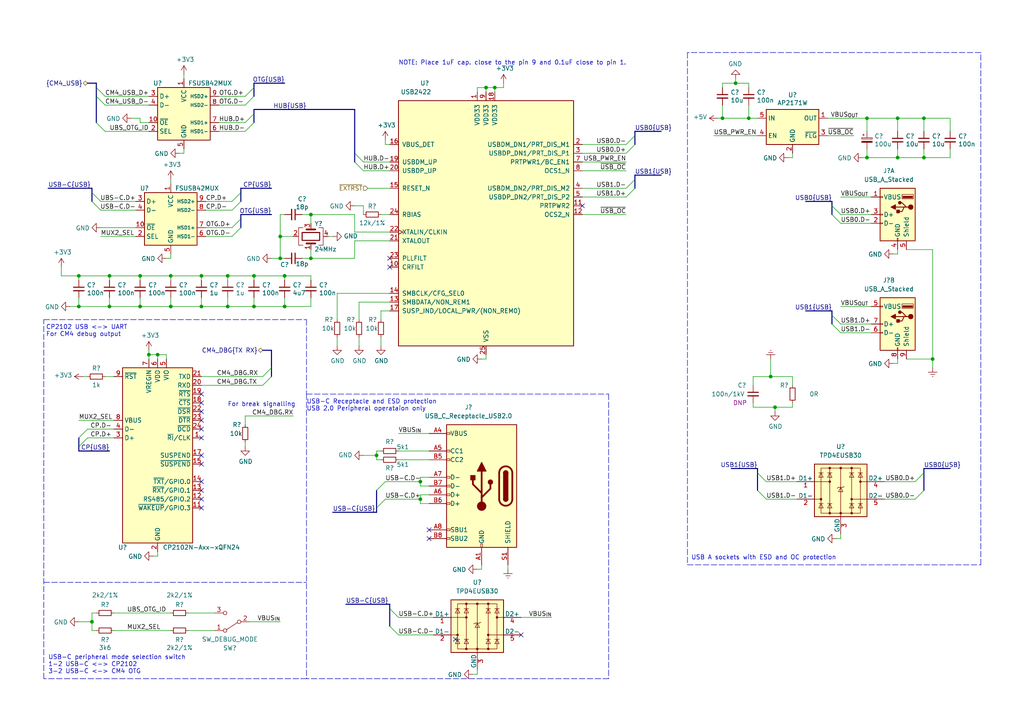
<source format=kicad_sch>
(kicad_sch (version 20201015) (generator eeschema)
  (paper "A4")
  (lib_symbols
    (symbol "Connector:USB_C_Receptacle_USB2.0" (pin_names (offset 1.016))
      (property "Reference" "J" (at -10.16 19.05 0))
      (property "Value" "USB_C_Receptacle_USB2.0" (at 19.05 19.05 0))
      (symbol "USB_C_Receptacle_USB2.0_1_1"
        (pin passive line (at 0 -22.86 90) (length 5.08) (name "GND") (number "A1"))
        (pin passive line (at 0 -22.86 90) (length 5.08) hide (name "GND") (number "A12"))
        (pin passive line (at 15.24 15.24 180) (length 5.08) (name "VBUS") (number "A4"))
        (pin bidirectional line (at 15.24 10.16 180) (length 5.08) (name "CC1") (number "A5"))
        (pin bidirectional line (at 15.24 -2.54 180) (length 5.08) (name "D+") (number "A6"))
        (pin bidirectional line (at 15.24 2.54 180) (length 5.08) (name "D-") (number "A7"))
        (pin bidirectional line (at 15.24 -12.7 180) (length 5.08) (name "SBU1") (number "A8"))
        (pin passive line (at 15.24 15.24 180) (length 5.08) hide (name "VBUS") (number "A9"))
        (pin passive line (at 0 -22.86 90) (length 5.08) hide (name "GND") (number "B1"))
        (pin passive line (at 0 -22.86 90) (length 5.08) hide (name "GND") (number "B12"))
        (pin passive line (at 15.24 15.24 180) (length 5.08) hide (name "VBUS") (number "B4"))
        (pin bidirectional line (at 15.24 7.62 180) (length 5.08) (name "CC2") (number "B5"))
        (pin bidirectional line (at 15.24 -5.08 180) (length 5.08) (name "D+") (number "B6"))
        (pin bidirectional line (at 15.24 0 180) (length 5.08) (name "D-") (number "B7"))
        (pin bidirectional line (at 15.24 -15.24 180) (length 5.08) (name "SBU2") (number "B8"))
        (pin passive line (at 15.24 15.24 180) (length 5.08) hide (name "VBUS") (number "B9"))
        (pin passive line (at -7.62 -22.86 90) (length 5.08) (name "SHIELD") (number "S1"))
      )
    )
    (symbol "Device:CP_Small" (pin_numbers hide) (pin_names (offset 0.254) hide)
      (property "Reference" "C" (at 0.254 1.778 0))
      (property "Value" "CP_Small" (at 0.254 -2.032 0))
      (symbol "CP_Small_1_1"
        (pin passive line (at 0 2.54 270) (length 1.8542) (name "~") (number "1"))
        (pin passive line (at 0 -2.54 90) (length 1.8542) (name "~") (number "2"))
      )
    )
    (symbol "Device:C_Small" (pin_numbers hide) (pin_names (offset 0.254) hide)
      (property "Reference" "C" (at 0.254 1.778 0))
      (property "Value" "C_Small" (at 0.254 -2.032 0))
      (symbol "C_Small_1_1"
        (pin passive line (at 0 2.54 270) (length 2.032) (name "~") (number "1"))
        (pin passive line (at 0 -2.54 90) (length 2.032) (name "~") (number "2"))
      )
    )
    (symbol "Device:Crystal_GND24" (pin_names (offset 1.016) hide)
      (property "Reference" "Y" (at 3.175 5.08 0))
      (property "Value" "Crystal_GND24" (at 3.175 3.175 0))
      (symbol "Crystal_GND24_1_1"
        (pin passive line (at -3.81 0 0) (length 1.27) (name "1") (number "1"))
        (pin passive line (at 0 5.08 270) (length 1.27) (name "2") (number "2"))
        (pin passive line (at 3.81 0 180) (length 1.27) (name "3") (number "3"))
        (pin passive line (at 0 -5.08 90) (length 1.27) (name "4") (number "4"))
      )
    )
    (symbol "Device:R_Small" (pin_numbers hide) (pin_names (offset 0.254) hide)
      (property "Reference" "R" (at 0.762 0.508 0))
      (property "Value" "R_Small" (at 0.762 -1.016 0))
      (symbol "R_Small_1_1"
        (pin passive line (at 0 2.54 270) (length 0.762) (name "~") (number "1"))
        (pin passive line (at 0 -2.54 90) (length 0.762) (name "~") (number "2"))
      )
    )
    (symbol "Interface_USB:CP2102N-Axx-xQFN24"
      (property "Reference" "U" (at -8.89 26.67 0))
      (property "Value" "CP2102N-Axx-xQFN24" (at 13.97 26.67 0))
      (symbol "CP2102N-Axx-xQFN24_1_1"
        (pin bidirectional line (at 12.7 5.08 180) (length 2.54) (name "~RI~/CLK") (number "1"))
        (pin unconnected line (at -10.16 -22.86 0) (length 2.54) hide (name "NC") (number "10"))
        (pin bidirectional line (at 12.7 -15.24 180) (length 2.54) (name "~WAKEUP~/GPIO.3") (number "11"))
        (pin bidirectional line (at 12.7 -12.7 180) (length 2.54) (name "RS485/GPIO.2") (number "12"))
        (pin bidirectional line (at 12.7 -10.16 180) (length 2.54) (name "~RXT~/GPIO.1") (number "13"))
        (pin bidirectional line (at 12.7 -7.62 180) (length 2.54) (name "~TXT~/GPIO.0") (number "14"))
        (pin output line (at 12.7 -2.54 180) (length 2.54) (name "~SUSPEND") (number "15"))
        (pin unconnected line (at 10.16 -22.86 180) (length 2.54) hide (name "NC") (number "16"))
        (pin output line (at 12.7 0 180) (length 2.54) (name "SUSPEND") (number "17"))
        (pin input line (at 12.7 15.24 180) (length 2.54) (name "~CTS") (number "18"))
        (pin output line (at 12.7 17.78 180) (length 2.54) (name "~RTS") (number "19"))
        (pin power_in line (at 0 -27.94 90) (length 2.54) (name "GND") (number "2"))
        (pin input line (at 12.7 20.32 180) (length 2.54) (name "RXD") (number "20"))
        (pin output line (at 12.7 22.86 180) (length 2.54) (name "TXD") (number "21"))
        (pin input line (at 12.7 12.7 180) (length 2.54) (name "~DSR") (number "22"))
        (pin output line (at 12.7 10.16 180) (length 2.54) (name "~DTR") (number "23"))
        (pin input line (at 12.7 7.62 180) (length 2.54) (name "~DCD") (number "24"))
        (pin passive line (at 0 -27.94 90) (length 2.54) hide (name "GND") (number "25"))
        (pin bidirectional line (at -12.7 5.08 0) (length 2.54) (name "D+") (number "3"))
        (pin bidirectional line (at -12.7 7.62 0) (length 2.54) (name "D-") (number "4"))
        (pin power_in line (at 2.54 27.94 270) (length 2.54) (name "VIO") (number "5"))
        (pin power_in line (at 0 27.94 270) (length 2.54) (name "VDD") (number "6"))
        (pin power_in line (at -2.54 27.94 270) (length 2.54) (name "VREGIN") (number "7"))
        (pin input line (at -12.7 10.16 0) (length 2.54) (name "VBUS") (number "8"))
        (pin input line (at -12.7 22.86 0) (length 2.54) (name "~RST") (number "9"))
      )
    )
    (symbol "Interface_USB:FSUSB42MUX"
      (property "Reference" "U" (at -6.35 8.89 0))
      (property "Value" "FSUSB42MUX" (at 7.62 8.89 0))
      (symbol "FSUSB42MUX_1_1"
        (pin power_in line (at 0 10.16 270) (length 2.54) (name "VCC") (number "1"))
        (pin input line (at -10.16 -2.54 0) (length 2.54) (name "~OE") (number "10"))
        (pin input line (at -10.16 -5.08 0) (length 2.54) (name "SEL") (number "2"))
        (pin bidirectional line (at -10.16 5.08 0) (length 2.54) (name "D+") (number "3"))
        (pin bidirectional line (at -10.16 2.54 0) (length 2.54) (name "D-") (number "4"))
        (pin power_in line (at 0 -10.16 90) (length 2.54) (name "GND") (number "5"))
        (pin bidirectional line (at 10.16 -5.08 180) (length 2.54) (name "HSD1-") (number "6"))
        (pin bidirectional line (at 10.16 -2.54 180) (length 2.54) (name "HSD1+") (number "7"))
        (pin bidirectional line (at 10.16 2.54 180) (length 2.54) (name "HSD2-") (number "8"))
        (pin bidirectional line (at 10.16 5.08 180) (length 2.54) (name "HSD2+") (number "9"))
      )
    )
    (symbol "LightBlue:USB2422" (pin_names (offset 1.016))
      (property "Reference" "U" (at -17.78 40.64 0))
      (property "Value" "USB2422" (at -20.32 38.1 0))
      (symbol "USB2422_1_1"
        (pin bidirectional line (at 27.94 22.86 180) (length 2.54) (name "USBDM_DN1/PRT_DIS_M1") (number "2"))
        (pin bidirectional line (at 27.94 17.78 180) (length 2.54) (name "PRTPWR1/BC_EN1") (number "7"))
        (pin input line (at 27.94 15.24 180) (length 2.54) (name "OCS1_N") (number "8"))
        (pin input line (at -27.94 -12.7 0) (length 2.54) (name "CRFILT") (number "10"))
        (pin power_in line (at -2.54 38.1 270) (length 2.54) (name "VDD33") (number "1"))
        (pin bidirectional line (at 27.94 5.08 180) (length 2.54) (name "PRTPWR2") (number "11"))
        (pin input line (at 27.94 2.54 180) (length 2.54) (name "OCS2_N") (number "12"))
        (pin bidirectional line (at 27.94 20.32 180) (length 2.54) (name "USBDP_DN1/PRT_DIS_P1") (number "3"))
        (pin bidirectional line (at -27.94 -22.86 0) (length 2.54) (name "SMBDATA/NON_REM1") (number "13"))
        (pin power_in line (at 0 38.1 270) (length 2.54) (name "VDD33") (number "9"))
        (pin bidirectional line (at -27.94 -20.32 0) (length 2.54) (name "SMBCLK/CFG_SEL0") (number "14"))
        (pin input line (at -27.94 10.16 0) (length 2.54) (name "RESET_N") (number "15"))
        (pin input line (at -27.94 22.86 0) (length 2.54) (name "VBUS_DET") (number "16"))
        (pin bidirectional line (at -27.94 -25.4 0) (length 2.54) (name "SUSP_IND/LOCAL_PWR/(NON_REM0)") (number "17"))
        (pin bidirectional line (at 27.94 10.16 180) (length 2.54) (name "USBDM_DN2/PRT_DIS_M2") (number "4"))
        (pin bidirectional line (at -27.94 17.78 0) (length 2.54) (name "USBDM_UP") (number "19"))
        (pin bidirectional line (at -27.94 15.24 0) (length 2.54) (name "USBDP_UP") (number "20"))
        (pin output line (at -27.94 -5.08 0) (length 2.54) (name "XTALOUT") (number "21"))
        (pin input clock (at -27.94 -2.54 0) (length 2.54) (name "XTALIN/CLKIN") (number "22"))
        (pin input line (at -27.94 -10.16 0) (length 2.54) (name "PLLFILT") (number "23"))
        (pin input line (at -27.94 2.54 0) (length 2.54) (name "RBIAS") (number "24"))
        (pin power_in line (at 0 -38.1 90) (length 2.54) (name "VSS") (number "25"))
        (pin bidirectional line (at 27.94 7.62 180) (length 2.54) (name "USBDP_DN2/PRT_DIS_P2") (number "5"))
        (pin power_in line (at 2.54 38.1 270) (length 2.54) (name "VDD33") (number "18"))
      )
    )
    (symbol "LightBlue:USB_A_Stacked" (pin_names (offset 1.016))
      (property "Reference" "J" (at -5.08 11.43 0))
      (property "Value" "USB_A_Stacked" (at -5.08 8.89 0))
      (symbol "USB_A_Stacked_1_1"
        (pin power_in line (at 7.62 5.08 180) (length 2.54) (name "VBUS") (number "1"))
        (pin bidirectional line (at 7.62 -2.54 180) (length 2.54) (name "D-") (number "2"))
        (pin bidirectional line (at 7.62 0 180) (length 2.54) (name "D+") (number "3"))
        (pin power_in line (at 0 -10.16 90) (length 2.54) (name "GND") (number "4"))
        (pin passive line (at -2.54 -10.16 90) (length 2.54) (name "Shield") (number "5"))
      )
      (symbol "USB_A_Stacked_2_1"
        (pin power_in line (at 7.62 5.08 180) (length 2.54) (name "VBUS") (number "5"))
        (pin bidirectional line (at 7.62 -2.54 180) (length 2.54) (name "D-") (number "6"))
        (pin bidirectional line (at 7.62 0 180) (length 2.54) (name "D+") (number "7"))
        (pin power_in line (at 0 -10.16 90) (length 2.54) (name "GND") (number "8"))
        (pin passive line (at -2.54 -10.16 90) (length 2.54) (name "Shield") (number "9"))
      )
    )
    (symbol "Power_Management:AP2171W"
      (property "Reference" "U" (at -7.62 -6.35 0))
      (property "Value" "AP2171W" (at -7.62 6.35 0))
      (symbol "AP2171W_1_1"
        (pin power_out line (at 10.16 2.54 180) (length 2.54) (name "OUT") (number "1"))
        (pin power_in line (at 0 -7.62 90) (length 2.54) (name "GND") (number "2"))
        (pin open_collector line (at 10.16 -2.54 180) (length 2.54) (name "~FLG") (number "3"))
        (pin input line (at -10.16 -2.54 0) (length 2.54) (name "EN") (number "4"))
        (pin power_in line (at -10.16 2.54 0) (length 2.54) (name "IN") (number "5"))
      )
    )
    (symbol "Power_Protection:TPD4EUSB30" (pin_names (offset 0))
      (property "Reference" "U" (at -0.635 8.89 0))
      (property "Value" "TPD4EUSB30" (at 8.89 -10.16 0))
      (symbol "TPD4EUSB30_1_1"
        (pin passive line (at -12.7 2.54 0) (length 5.08) (name "D1+") (number "1"))
        (pin unconnected line (at -5.08 7.62 0) (length 5.08) hide (name "NC") (number "10"))
        (pin passive line (at -12.7 -2.54 0) (length 5.08) (name "D1-") (number "2"))
        (pin power_in line (at 0 -12.7 90) (length 5.08) (name "GND") (number "3"))
        (pin passive line (at 12.7 2.54 180) (length 5.08) (name "D2+") (number "4"))
        (pin passive line (at 12.7 -2.54 180) (length 5.08) (name "D2-") (number "5"))
        (pin unconnected line (at 5.08 -7.62 180) (length 5.08) hide (name "NC") (number "6"))
        (pin unconnected line (at 5.08 7.62 180) (length 5.08) hide (name "NC") (number "7"))
        (pin passive line (at 0 -12.7 90) (length 5.08) hide (name "GND") (number "8"))
        (pin unconnected line (at -5.08 -7.62 0) (length 5.08) hide (name "NC") (number "9"))
      )
    )
    (symbol "Switch:SW_SPDT" (pin_names (offset 0) hide)
      (property "Reference" "SW" (at 0 4.318 0))
      (property "Value" "SW_SPDT" (at 0 -5.08 0))
      (symbol "SW_SPDT_1_1"
        (pin passive line (at 5.08 2.54 180) (length 2.54) (name "A") (number "1"))
        (pin passive line (at -5.08 0 0) (length 2.54) (name "B") (number "2"))
        (pin passive line (at 5.08 -2.54 180) (length 2.54) (name "C") (number "3"))
      )
    )
    (symbol "power:+3V3" (power) (pin_names (offset 0))
      (property "Value" "+3V3" (at 0 3.556 0))
      (symbol "+3V3_1_1"
        (pin power_in line (at 0 0 90) (length 0) hide (name "+3V3") (number "1"))
      )
    )
    (symbol "power:+5V" (power) (pin_names (offset 0))
      (property "Value" "+5V" (at 0 3.556 0))
      (symbol "+5V_1_1"
        (pin power_in line (at 0 0 90) (length 0) hide (name "+5V") (number "1"))
      )
    )
    (symbol "power:Earth" (power) (pin_names (offset 0))
      (symbol "Earth_1_1"
        (pin power_in line (at 0 0 270) (length 0) hide (name "Earth") (number "1"))
      )
    )
    (symbol "power:GND" (power) (pin_names (offset 0))
      (property "Value" "GND" (at 0 -3.81 0))
      (symbol "GND_1_1"
        (pin power_in line (at 0 0 270) (length 0) hide (name "GND") (number "1"))
      )
    )
  )
  (bus_alias "I2C" (members "SDA" "SCL"))
  (bus_alias "USB" (members "D+" "D-"))
  (bus_alias "CM4_USB" (members "CM4_USB_D+" "CM4_USB_D-" "CM4_USB_OTG_ID"))
  (junction (at 22.86 80.01) (diameter 0.9144))
  (junction (at 22.86 88.9) (diameter 0.9144))
  (junction (at 26.67 180.34) (diameter 0.9144))
  (junction (at 31.75 80.01) (diameter 0.9144))
  (junction (at 31.75 88.9) (diameter 0.9144))
  (junction (at 40.64 80.01) (diameter 0.9144))
  (junction (at 40.64 88.9) (diameter 0.9144))
  (junction (at 43.18 102.87) (diameter 0.9144))
  (junction (at 45.72 102.87) (diameter 0.9144))
  (junction (at 49.53 80.01) (diameter 0.9144))
  (junction (at 49.53 88.9) (diameter 0.9144))
  (junction (at 58.42 80.01) (diameter 0.9144))
  (junction (at 58.42 88.9) (diameter 0.9144))
  (junction (at 66.04 80.01) (diameter 0.9144))
  (junction (at 66.04 88.9) (diameter 0.9144))
  (junction (at 73.66 80.01) (diameter 0.9144))
  (junction (at 73.66 88.9) (diameter 0.9144))
  (junction (at 81.28 68.58) (diameter 0.9144))
  (junction (at 81.28 74.93) (diameter 0.9144))
  (junction (at 82.55 80.01) (diameter 0.9144))
  (junction (at 82.55 88.9) (diameter 0.9144))
  (junction (at 90.17 62.23) (diameter 0.9144))
  (junction (at 90.17 74.93) (diameter 0.9144))
  (junction (at 109.22 132.08) (diameter 0.9144))
  (junction (at 121.92 139.7) (diameter 0.9144))
  (junction (at 121.92 144.78) (diameter 0.9144))
  (junction (at 140.97 25.4) (diameter 0.9144))
  (junction (at 143.51 25.4) (diameter 0.9144))
  (junction (at 209.55 34.29) (diameter 0.9144))
  (junction (at 213.36 24.13) (diameter 0.9144))
  (junction (at 217.17 34.29) (diameter 0.9144))
  (junction (at 223.52 109.22) (diameter 0.9144))
  (junction (at 224.79 118.11) (diameter 0.9144))
  (junction (at 251.46 34.29) (diameter 0.9144))
  (junction (at 251.46 45.72) (diameter 0.9144))
  (junction (at 260.35 34.29) (diameter 0.9144))
  (junction (at 260.35 45.72) (diameter 0.9144))
  (junction (at 267.97 34.29) (diameter 0.9144))
  (junction (at 267.97 45.72) (diameter 0.9144))
  (junction (at 270.51 104.14) (diameter 0.9144))
  (no_connect (at 58.42 114.3))
  (no_connect (at 58.42 116.84))
  (no_connect (at 58.42 119.38))
  (no_connect (at 58.42 121.92))
  (no_connect (at 58.42 124.46))
  (no_connect (at 58.42 127))
  (no_connect (at 58.42 132.08))
  (no_connect (at 58.42 134.62))
  (no_connect (at 58.42 139.7))
  (no_connect (at 58.42 142.24))
  (no_connect (at 58.42 144.78))
  (no_connect (at 58.42 147.32))
  (no_connect (at 113.03 74.93))
  (no_connect (at 113.03 77.47))
  (no_connect (at 124.46 153.67))
  (no_connect (at 124.46 156.21))
  (no_connect (at 132.08 185.42))
  (no_connect (at 151.13 184.15))
  (no_connect (at 168.91 59.69))
  (bus_entry (at 22.86 127) (size 2.54 -2.54) (stroke (width 0.1524)))
  (bus_entry (at 22.86 129.54) (size 2.54 -2.54) (stroke (width 0.1524)))
  (bus_entry (at 26.67 55.88) (size 2.54 2.54) (stroke (width 0.1524)))
  (bus_entry (at 26.67 58.42) (size 2.54 2.54) (stroke (width 0.1524)))
  (bus_entry (at 27.94 25.4) (size 2.54 2.54) (stroke (width 0.1524)))
  (bus_entry (at 27.94 27.94) (size 2.54 2.54) (stroke (width 0.1524)))
  (bus_entry (at 27.94 35.56) (size 2.54 2.54) (stroke (width 0.1524)))
  (bus_entry (at 69.85 55.88) (size -2.54 2.54) (stroke (width 0.1524)))
  (bus_entry (at 69.85 58.42) (size -2.54 2.54) (stroke (width 0.1524)))
  (bus_entry (at 69.85 63.5) (size -2.54 2.54) (stroke (width 0.1524)))
  (bus_entry (at 69.85 66.04) (size -2.54 2.54) (stroke (width 0.1524)))
  (bus_entry (at 73.66 25.4) (size -2.54 2.54) (stroke (width 0.1524)))
  (bus_entry (at 73.66 27.94) (size -2.54 2.54) (stroke (width 0.1524)))
  (bus_entry (at 73.66 33.02) (size -2.54 2.54) (stroke (width 0.1524)))
  (bus_entry (at 73.66 35.56) (size -2.54 2.54) (stroke (width 0.1524)))
  (bus_entry (at 76.2 109.22) (size 2.54 -2.54) (stroke (width 0.1524)))
  (bus_entry (at 76.2 111.76) (size 2.54 -2.54) (stroke (width 0.1524)))
  (bus_entry (at 102.87 44.45) (size 2.54 2.54) (stroke (width 0.1524)))
  (bus_entry (at 102.87 46.99) (size 2.54 2.54) (stroke (width 0.1524)))
  (bus_entry (at 109.22 142.24) (size 2.54 -2.54) (stroke (width 0.1524)))
  (bus_entry (at 109.22 147.32) (size 2.54 -2.54) (stroke (width 0.1524)))
  (bus_entry (at 113.03 176.53) (size 2.54 2.54) (stroke (width 0.1524)))
  (bus_entry (at 113.03 181.61) (size 2.54 2.54) (stroke (width 0.1524)))
  (bus_entry (at 181.61 41.91) (size 2.54 -2.54) (stroke (width 0.1524)))
  (bus_entry (at 181.61 44.45) (size 2.54 -2.54) (stroke (width 0.1524)))
  (bus_entry (at 181.61 54.61) (size 2.54 -2.54) (stroke (width 0.1524)))
  (bus_entry (at 181.61 57.15) (size 2.54 -2.54) (stroke (width 0.1524)))
  (bus_entry (at 222.25 139.7) (size -2.54 -2.54) (stroke (width 0.1524)))
  (bus_entry (at 222.25 144.78) (size -2.54 -2.54) (stroke (width 0.1524)))
  (bus_entry (at 243.84 62.23) (size -2.54 -2.54) (stroke (width 0.1524)))
  (bus_entry (at 243.84 64.77) (size -2.54 -2.54) (stroke (width 0.1524)))
  (bus_entry (at 243.84 93.98) (size -2.54 -2.54) (stroke (width 0.1524)))
  (bus_entry (at 243.84 96.52) (size -2.54 -2.54) (stroke (width 0.1524)))
  (bus_entry (at 265.43 139.7) (size 2.54 -2.54) (stroke (width 0.1524)))
  (bus_entry (at 265.43 144.78) (size 2.54 -2.54) (stroke (width 0.1524)))
  (wire (pts (xy 17.78 80.01) (xy 17.78 77.47)))
  (wire (pts (xy 17.78 80.01) (xy 22.86 80.01)))
  (wire (pts (xy 20.32 88.9) (xy 22.86 88.9)))
  (wire (pts (xy 22.86 80.01) (xy 22.86 81.28)))
  (wire (pts (xy 22.86 80.01) (xy 31.75 80.01)))
  (wire (pts (xy 22.86 86.36) (xy 22.86 88.9)))
  (wire (pts (xy 22.86 88.9) (xy 31.75 88.9)))
  (wire (pts (xy 22.86 121.92) (xy 33.02 121.92)))
  (wire (pts (xy 22.86 180.34) (xy 26.67 180.34)))
  (wire (pts (xy 24.13 109.22) (xy 25.4 109.22)))
  (wire (pts (xy 26.67 177.8) (xy 26.67 180.34)))
  (wire (pts (xy 26.67 177.8) (xy 27.94 177.8)))
  (wire (pts (xy 26.67 180.34) (xy 26.67 182.88)))
  (wire (pts (xy 27.94 182.88) (xy 26.67 182.88)))
  (wire (pts (xy 29.21 66.04) (xy 39.37 66.04)))
  (wire (pts (xy 29.21 68.58) (xy 39.37 68.58)))
  (wire (pts (xy 30.48 27.94) (xy 43.18 27.94)))
  (wire (pts (xy 30.48 30.48) (xy 43.18 30.48)))
  (wire (pts (xy 30.48 38.1) (xy 43.18 38.1)))
  (wire (pts (xy 30.48 109.22) (xy 33.02 109.22)))
  (wire (pts (xy 31.75 80.01) (xy 31.75 81.28)))
  (wire (pts (xy 31.75 86.36) (xy 31.75 88.9)))
  (wire (pts (xy 31.75 88.9) (xy 40.64 88.9)))
  (wire (pts (xy 33.02 124.46) (xy 25.4 124.46)))
  (wire (pts (xy 33.02 127) (xy 25.4 127)))
  (wire (pts (xy 33.02 177.8) (xy 49.53 177.8)))
  (wire (pts (xy 33.02 182.88) (xy 49.53 182.88)))
  (wire (pts (xy 39.37 58.42) (xy 29.21 58.42)))
  (wire (pts (xy 39.37 60.96) (xy 29.21 60.96)))
  (wire (pts (xy 40.64 34.29) (xy 38.1 34.29)))
  (wire (pts (xy 40.64 35.56) (xy 40.64 34.29)))
  (wire (pts (xy 40.64 80.01) (xy 31.75 80.01)))
  (wire (pts (xy 40.64 80.01) (xy 40.64 81.28)))
  (wire (pts (xy 40.64 86.36) (xy 40.64 88.9)))
  (wire (pts (xy 40.64 88.9) (xy 49.53 88.9)))
  (wire (pts (xy 43.18 35.56) (xy 40.64 35.56)))
  (wire (pts (xy 43.18 101.6) (xy 43.18 102.87)))
  (wire (pts (xy 43.18 102.87) (xy 43.18 104.14)))
  (wire (pts (xy 44.45 161.29) (xy 45.72 161.29)))
  (wire (pts (xy 45.72 102.87) (xy 43.18 102.87)))
  (wire (pts (xy 45.72 102.87) (xy 48.26 102.87)))
  (wire (pts (xy 45.72 104.14) (xy 45.72 102.87)))
  (wire (pts (xy 45.72 161.29) (xy 45.72 160.02)))
  (wire (pts (xy 48.26 74.93) (xy 49.53 74.93)))
  (wire (pts (xy 48.26 102.87) (xy 48.26 104.14)))
  (wire (pts (xy 49.53 52.07) (xy 49.53 53.34)))
  (wire (pts (xy 49.53 74.93) (xy 49.53 73.66)))
  (wire (pts (xy 49.53 80.01) (xy 40.64 80.01)))
  (wire (pts (xy 49.53 80.01) (xy 49.53 81.28)))
  (wire (pts (xy 49.53 86.36) (xy 49.53 88.9)))
  (wire (pts (xy 49.53 88.9) (xy 58.42 88.9)))
  (wire (pts (xy 52.07 44.45) (xy 53.34 44.45)))
  (wire (pts (xy 53.34 21.59) (xy 53.34 22.86)))
  (wire (pts (xy 53.34 44.45) (xy 53.34 43.18)))
  (wire (pts (xy 54.61 177.8) (xy 62.23 177.8)))
  (wire (pts (xy 54.61 182.88) (xy 62.23 182.88)))
  (wire (pts (xy 58.42 80.01) (xy 49.53 80.01)))
  (wire (pts (xy 58.42 80.01) (xy 58.42 81.28)))
  (wire (pts (xy 58.42 86.36) (xy 58.42 88.9)))
  (wire (pts (xy 58.42 88.9) (xy 66.04 88.9)))
  (wire (pts (xy 58.42 109.22) (xy 76.2 109.22)))
  (wire (pts (xy 58.42 111.76) (xy 76.2 111.76)))
  (wire (pts (xy 59.69 58.42) (xy 67.31 58.42)))
  (wire (pts (xy 59.69 60.96) (xy 67.31 60.96)))
  (wire (pts (xy 59.69 66.04) (xy 67.31 66.04)))
  (wire (pts (xy 59.69 68.58) (xy 67.31 68.58)))
  (wire (pts (xy 63.5 27.94) (xy 71.12 27.94)))
  (wire (pts (xy 63.5 30.48) (xy 71.12 30.48)))
  (wire (pts (xy 63.5 35.56) (xy 71.12 35.56)))
  (wire (pts (xy 63.5 38.1) (xy 71.12 38.1)))
  (wire (pts (xy 66.04 80.01) (xy 58.42 80.01)))
  (wire (pts (xy 66.04 80.01) (xy 66.04 81.28)))
  (wire (pts (xy 66.04 86.36) (xy 66.04 88.9)))
  (wire (pts (xy 66.04 88.9) (xy 73.66 88.9)))
  (wire (pts (xy 71.12 120.65) (xy 71.12 123.19)))
  (wire (pts (xy 71.12 120.65) (xy 85.09 120.65)))
  (wire (pts (xy 71.12 128.27) (xy 71.12 129.54)))
  (wire (pts (xy 73.66 80.01) (xy 66.04 80.01)))
  (wire (pts (xy 73.66 80.01) (xy 73.66 81.28)))
  (wire (pts (xy 73.66 86.36) (xy 73.66 88.9)))
  (wire (pts (xy 73.66 88.9) (xy 82.55 88.9)))
  (wire (pts (xy 78.74 74.93) (xy 81.28 74.93)))
  (wire (pts (xy 81.28 62.23) (xy 81.28 68.58)))
  (wire (pts (xy 81.28 68.58) (xy 81.28 74.93)))
  (wire (pts (xy 81.28 68.58) (xy 85.09 68.58)))
  (wire (pts (xy 81.28 74.93) (xy 82.55 74.93)))
  (wire (pts (xy 81.28 180.34) (xy 72.39 180.34)))
  (wire (pts (xy 82.55 62.23) (xy 81.28 62.23)))
  (wire (pts (xy 82.55 80.01) (xy 73.66 80.01)))
  (wire (pts (xy 82.55 80.01) (xy 82.55 81.28)))
  (wire (pts (xy 82.55 86.36) (xy 82.55 88.9)))
  (wire (pts (xy 82.55 88.9) (xy 90.17 88.9)))
  (wire (pts (xy 87.63 62.23) (xy 90.17 62.23)))
  (wire (pts (xy 87.63 74.93) (xy 90.17 74.93)))
  (wire (pts (xy 90.17 62.23) (xy 90.17 64.77)))
  (wire (pts (xy 90.17 62.23) (xy 102.87 62.23)))
  (wire (pts (xy 90.17 72.39) (xy 90.17 74.93)))
  (wire (pts (xy 90.17 74.93) (xy 102.87 74.93)))
  (wire (pts (xy 90.17 80.01) (xy 82.55 80.01)))
  (wire (pts (xy 90.17 81.28) (xy 90.17 80.01)))
  (wire (pts (xy 90.17 86.36) (xy 90.17 88.9)))
  (wire (pts (xy 95.25 68.58) (xy 96.52 68.58)))
  (wire (pts (xy 97.79 85.09) (xy 97.79 92.71)))
  (wire (pts (xy 97.79 97.79) (xy 97.79 100.33)))
  (wire (pts (xy 102.87 67.31) (xy 102.87 62.23)))
  (wire (pts (xy 102.87 69.85) (xy 102.87 74.93)))
  (wire (pts (xy 104.14 87.63) (xy 104.14 92.71)))
  (wire (pts (xy 104.14 87.63) (xy 113.03 87.63)))
  (wire (pts (xy 104.14 97.79) (xy 104.14 100.33)))
  (wire (pts (xy 105.41 46.99) (xy 113.03 46.99)))
  (wire (pts (xy 105.41 49.53) (xy 113.03 49.53)))
  (wire (pts (xy 105.41 59.69) (xy 102.87 59.69)))
  (wire (pts (xy 105.41 62.23) (xy 105.41 59.69)))
  (wire (pts (xy 105.41 132.08) (xy 109.22 132.08)))
  (wire (pts (xy 106.68 54.61) (xy 113.03 54.61)))
  (wire (pts (xy 109.22 130.81) (xy 109.22 132.08)))
  (wire (pts (xy 109.22 132.08) (xy 109.22 133.35)))
  (wire (pts (xy 109.22 133.35) (xy 110.49 133.35)))
  (wire (pts (xy 110.49 62.23) (xy 113.03 62.23)))
  (wire (pts (xy 110.49 90.17) (xy 110.49 92.71)))
  (wire (pts (xy 110.49 97.79) (xy 110.49 100.33)))
  (wire (pts (xy 110.49 130.81) (xy 109.22 130.81)))
  (wire (pts (xy 111.76 40.64) (xy 111.76 41.91)))
  (wire (pts (xy 111.76 139.7) (xy 121.92 139.7)))
  (wire (pts (xy 111.76 144.78) (xy 121.92 144.78)))
  (wire (pts (xy 113.03 41.91) (xy 111.76 41.91)))
  (wire (pts (xy 113.03 67.31) (xy 102.87 67.31)))
  (wire (pts (xy 113.03 69.85) (xy 102.87 69.85)))
  (wire (pts (xy 113.03 85.09) (xy 97.79 85.09)))
  (wire (pts (xy 113.03 90.17) (xy 110.49 90.17)))
  (wire (pts (xy 115.57 125.73) (xy 124.46 125.73)))
  (wire (pts (xy 115.57 130.81) (xy 124.46 130.81)))
  (wire (pts (xy 115.57 133.35) (xy 124.46 133.35)))
  (wire (pts (xy 115.57 179.07) (xy 125.73 179.07)))
  (wire (pts (xy 115.57 184.15) (xy 125.73 184.15)))
  (wire (pts (xy 121.92 139.7) (xy 121.92 138.43)))
  (wire (pts (xy 121.92 140.97) (xy 121.92 139.7)))
  (wire (pts (xy 121.92 140.97) (xy 124.46 140.97)))
  (wire (pts (xy 121.92 144.78) (xy 121.92 143.51)))
  (wire (pts (xy 121.92 146.05) (xy 121.92 144.78)))
  (wire (pts (xy 121.92 146.05) (xy 124.46 146.05)))
  (wire (pts (xy 124.46 138.43) (xy 121.92 138.43)))
  (wire (pts (xy 124.46 143.51) (xy 121.92 143.51)))
  (wire (pts (xy 137.16 195.58) (xy 138.43 195.58)))
  (wire (pts (xy 138.43 25.4) (xy 140.97 25.4)))
  (wire (pts (xy 138.43 26.67) (xy 138.43 25.4)))
  (wire (pts (xy 138.43 165.1) (xy 139.7 165.1)))
  (wire (pts (xy 138.43 195.58) (xy 138.43 194.31)))
  (wire (pts (xy 139.7 104.14) (xy 140.97 104.14)))
  (wire (pts (xy 139.7 165.1) (xy 139.7 163.83)))
  (wire (pts (xy 140.97 25.4) (xy 140.97 26.67)))
  (wire (pts (xy 140.97 25.4) (xy 143.51 25.4)))
  (wire (pts (xy 140.97 104.14) (xy 140.97 102.87)))
  (wire (pts (xy 143.51 25.4) (xy 143.51 26.67)))
  (wire (pts (xy 143.51 25.4) (xy 146.05 25.4)))
  (wire (pts (xy 146.05 24.13) (xy 146.05 25.4)))
  (wire (pts (xy 147.32 163.83) (xy 147.32 165.1)))
  (wire (pts (xy 160.02 179.07) (xy 151.13 179.07)))
  (wire (pts (xy 168.91 41.91) (xy 181.61 41.91)))
  (wire (pts (xy 168.91 44.45) (xy 181.61 44.45)))
  (wire (pts (xy 168.91 46.99) (xy 181.61 46.99)))
  (wire (pts (xy 168.91 49.53) (xy 181.61 49.53)))
  (wire (pts (xy 168.91 54.61) (xy 181.61 54.61)))
  (wire (pts (xy 168.91 57.15) (xy 181.61 57.15)))
  (wire (pts (xy 168.91 62.23) (xy 181.61 62.23)))
  (wire (pts (xy 208.28 34.29) (xy 209.55 34.29)))
  (wire (pts (xy 209.55 24.13) (xy 209.55 25.4)))
  (wire (pts (xy 209.55 30.48) (xy 209.55 34.29)))
  (wire (pts (xy 209.55 34.29) (xy 217.17 34.29)))
  (wire (pts (xy 213.36 22.86) (xy 213.36 24.13)))
  (wire (pts (xy 213.36 24.13) (xy 209.55 24.13)))
  (wire (pts (xy 217.17 24.13) (xy 213.36 24.13)))
  (wire (pts (xy 217.17 25.4) (xy 217.17 24.13)))
  (wire (pts (xy 217.17 30.48) (xy 217.17 34.29)))
  (wire (pts (xy 217.17 34.29) (xy 219.71 34.29)))
  (wire (pts (xy 218.44 109.22) (xy 218.44 111.76)))
  (wire (pts (xy 218.44 116.84) (xy 218.44 118.11)))
  (wire (pts (xy 218.44 118.11) (xy 224.79 118.11)))
  (wire (pts (xy 219.71 39.37) (xy 207.01 39.37)))
  (wire (pts (xy 222.25 139.7) (xy 231.14 139.7)))
  (wire (pts (xy 222.25 144.78) (xy 231.14 144.78)))
  (wire (pts (xy 223.52 104.14) (xy 223.52 109.22)))
  (wire (pts (xy 223.52 109.22) (xy 218.44 109.22)))
  (wire (pts (xy 224.79 118.11) (xy 224.79 119.38)))
  (wire (pts (xy 224.79 118.11) (xy 229.87 118.11)))
  (wire (pts (xy 228.6 45.72) (xy 229.87 45.72)))
  (wire (pts (xy 229.87 45.72) (xy 229.87 44.45)))
  (wire (pts (xy 229.87 109.22) (xy 223.52 109.22)))
  (wire (pts (xy 229.87 111.76) (xy 229.87 109.22)))
  (wire (pts (xy 229.87 118.11) (xy 229.87 116.84)))
  (wire (pts (xy 240.03 34.29) (xy 251.46 34.29)))
  (wire (pts (xy 240.03 39.37) (xy 247.65 39.37)))
  (wire (pts (xy 242.57 156.21) (xy 243.84 156.21)))
  (wire (pts (xy 243.84 57.15) (xy 252.73 57.15)))
  (wire (pts (xy 243.84 62.23) (xy 252.73 62.23)))
  (wire (pts (xy 243.84 64.77) (xy 252.73 64.77)))
  (wire (pts (xy 243.84 88.9) (xy 252.73 88.9)))
  (wire (pts (xy 243.84 93.98) (xy 252.73 93.98)))
  (wire (pts (xy 243.84 96.52) (xy 252.73 96.52)))
  (wire (pts (xy 243.84 156.21) (xy 243.84 154.94)))
  (wire (pts (xy 250.19 45.72) (xy 251.46 45.72)))
  (wire (pts (xy 251.46 34.29) (xy 251.46 38.1)))
  (wire (pts (xy 251.46 34.29) (xy 260.35 34.29)))
  (wire (pts (xy 251.46 43.18) (xy 251.46 45.72)))
  (wire (pts (xy 251.46 45.72) (xy 260.35 45.72)))
  (wire (pts (xy 259.08 73.66) (xy 260.35 73.66)))
  (wire (pts (xy 259.08 105.41) (xy 260.35 105.41)))
  (wire (pts (xy 260.35 34.29) (xy 260.35 38.1)))
  (wire (pts (xy 260.35 34.29) (xy 267.97 34.29)))
  (wire (pts (xy 260.35 43.18) (xy 260.35 45.72)))
  (wire (pts (xy 260.35 45.72) (xy 267.97 45.72)))
  (wire (pts (xy 260.35 73.66) (xy 260.35 72.39)))
  (wire (pts (xy 260.35 105.41) (xy 260.35 104.14)))
  (wire (pts (xy 262.89 72.39) (xy 270.51 72.39)))
  (wire (pts (xy 262.89 104.14) (xy 270.51 104.14)))
  (wire (pts (xy 265.43 139.7) (xy 256.54 139.7)))
  (wire (pts (xy 265.43 144.78) (xy 256.54 144.78)))
  (wire (pts (xy 267.97 34.29) (xy 267.97 38.1)))
  (wire (pts (xy 267.97 43.18) (xy 267.97 45.72)))
  (wire (pts (xy 267.97 45.72) (xy 275.59 45.72)))
  (wire (pts (xy 270.51 72.39) (xy 270.51 104.14)))
  (wire (pts (xy 270.51 104.14) (xy 270.51 106.68)))
  (wire (pts (xy 275.59 34.29) (xy 267.97 34.29)))
  (wire (pts (xy 275.59 38.1) (xy 275.59 34.29)))
  (wire (pts (xy 275.59 45.72) (xy 275.59 43.18)))
  (bus (pts (xy 22.86 127) (xy 22.86 129.54)))
  (bus (pts (xy 22.86 129.54) (xy 22.86 130.81)))
  (bus (pts (xy 22.86 130.81) (xy 31.75 130.81)))
  (bus (pts (xy 25.4 24.13) (xy 27.94 24.13)))
  (bus (pts (xy 26.67 54.61) (xy 13.97 54.61)))
  (bus (pts (xy 26.67 55.88) (xy 26.67 54.61)))
  (bus (pts (xy 26.67 58.42) (xy 26.67 55.88)))
  (bus (pts (xy 27.94 24.13) (xy 27.94 25.4)))
  (bus (pts (xy 27.94 25.4) (xy 27.94 27.94)))
  (bus (pts (xy 27.94 27.94) (xy 27.94 35.56)))
  (bus (pts (xy 69.85 54.61) (xy 78.74 54.61)))
  (bus (pts (xy 69.85 55.88) (xy 69.85 54.61)))
  (bus (pts (xy 69.85 58.42) (xy 69.85 55.88)))
  (bus (pts (xy 69.85 62.23) (xy 78.74 62.23)))
  (bus (pts (xy 69.85 63.5) (xy 69.85 62.23)))
  (bus (pts (xy 69.85 66.04) (xy 69.85 63.5)))
  (bus (pts (xy 73.66 24.13) (xy 82.55 24.13)))
  (bus (pts (xy 73.66 25.4) (xy 73.66 24.13)))
  (bus (pts (xy 73.66 27.94) (xy 73.66 25.4)))
  (bus (pts (xy 73.66 31.75) (xy 102.87 31.75)))
  (bus (pts (xy 73.66 33.02) (xy 73.66 31.75)))
  (bus (pts (xy 73.66 35.56) (xy 73.66 33.02)))
  (bus (pts (xy 78.74 101.6) (xy 76.2 101.6)))
  (bus (pts (xy 78.74 101.6) (xy 78.74 106.68)))
  (bus (pts (xy 78.74 106.68) (xy 78.74 109.22)))
  (bus (pts (xy 102.87 31.75) (xy 102.87 44.45)))
  (bus (pts (xy 102.87 44.45) (xy 102.87 46.99)))
  (bus (pts (xy 109.22 147.32) (xy 109.22 142.24)))
  (bus (pts (xy 109.22 148.59) (xy 96.52 148.59)))
  (bus (pts (xy 109.22 148.59) (xy 109.22 147.32)))
  (bus (pts (xy 113.03 175.26) (xy 100.33 175.26)))
  (bus (pts (xy 113.03 175.26) (xy 113.03 176.53)))
  (bus (pts (xy 113.03 176.53) (xy 113.03 181.61)))
  (bus (pts (xy 184.15 38.1) (xy 184.15 39.37)))
  (bus (pts (xy 184.15 38.1) (xy 191.77 38.1)))
  (bus (pts (xy 184.15 39.37) (xy 184.15 41.91)))
  (bus (pts (xy 184.15 50.8) (xy 184.15 52.07)))
  (bus (pts (xy 184.15 50.8) (xy 191.77 50.8)))
  (bus (pts (xy 184.15 52.07) (xy 184.15 54.61)))
  (bus (pts (xy 219.71 135.89) (xy 212.09 135.89)))
  (bus (pts (xy 219.71 135.89) (xy 219.71 137.16)))
  (bus (pts (xy 219.71 137.16) (xy 219.71 142.24)))
  (bus (pts (xy 241.3 58.42) (xy 233.68 58.42)))
  (bus (pts (xy 241.3 58.42) (xy 241.3 59.69)))
  (bus (pts (xy 241.3 59.69) (xy 241.3 62.23)))
  (bus (pts (xy 241.3 90.17) (xy 233.68 90.17)))
  (bus (pts (xy 241.3 90.17) (xy 241.3 91.44)))
  (bus (pts (xy 241.3 91.44) (xy 241.3 93.98)))
  (bus (pts (xy 267.97 135.89) (xy 267.97 137.16)))
  (bus (pts (xy 267.97 135.89) (xy 275.59 135.89)))
  (bus (pts (xy 267.97 137.16) (xy 267.97 142.24)))
  (polyline (pts (xy 12.7 92.71) (xy 88.9 92.71)) (stroke (width 0) (type dash)))
  (polyline (pts (xy 12.7 168.91) (xy 88.9 168.91)) (stroke (width 0) (type dash)))
  (polyline (pts (xy 12.7 196.85) (xy 12.7 92.71)) (stroke (width 0) (type dash)))
  (polyline (pts (xy 88.9 92.71) (xy 88.9 114.3)) (stroke (width 0) (type dash)))
  (polyline (pts (xy 88.9 114.3) (xy 88.9 196.85)) (stroke (width 0) (type dash)))
  (polyline (pts (xy 88.9 114.3) (xy 176.53 114.3)) (stroke (width 0) (type dash)))
  (polyline (pts (xy 88.9 196.85) (xy 12.7 196.85)) (stroke (width 0) (type dash)))
  (polyline (pts (xy 176.53 114.3) (xy 176.53 196.85)) (stroke (width 0) (type dash)))
  (polyline (pts (xy 176.53 196.85) (xy 88.9 196.85)) (stroke (width 0) (type dash)))
  (polyline (pts (xy 199.39 15.24) (xy 199.39 163.83)) (stroke (width 0) (type dash)))
  (polyline (pts (xy 199.39 163.83) (xy 284.48 163.83)) (stroke (width 0) (type dash)))
  (polyline (pts (xy 284.48 15.24) (xy 199.39 15.24)) (stroke (width 0) (type dash)))
  (polyline (pts (xy 284.48 163.83) (xy 284.48 15.24)) (stroke (width 0) (type dash)))
  (text "CP2102 USB <-> UART\nFor CM4 debug output" (at 13.335 97.79 0) (effects (font (size 1.27 1.27)) (justify left bottom)))
  (text "USB-C peripheral mode selection switch\n1-2 USB-C <-> CP2102\n3-2 USB-C <-> CM4 OTG" (at 13.97 195.58 0) (effects (font (size 1.27 1.27)) (justify left bottom)))
  (text "For break signalling" (at 66.04 118.11 0) (effects (font (size 1.27 1.27)) (justify left bottom)))
  (text "USB-C Receptacle and ESD protection\nUSB 2.0 Peripheral operataion only" (at 88.9 119.38 0) (effects (font (size 1.27 1.27)) (justify left bottom)))
  (text "NOTE: Place 1uF cap. close to the pin 9 and 0.1uF close to pin 1." (at 115.57 19.05 0) (effects (font (size 1.27 1.27)) (justify left bottom)))
  (text "USB A sockets with ESD and OC protection" (at 242.57 162.56 180) (effects (font (size 1.27 1.27)) (justify right bottom)))
  (label "USB-C{USB}" (at 13.97 54.61 0))
  (label "MUX2_SEL" (at 22.86 121.92 0))
  (label "MUX2_SEL" (at 29.21 68.58 0))
  (label "CM4_USB_D+" (at 30.48 27.94 0))
  (label "CM4_USB_D-" (at 30.48 30.48 0))
  (label "UBS_OTG_ID" (at 31.75 38.1 0))
  (label "CP{USB}" (at 31.75 130.81 180))
  (label "CP.D-" (at 32.385 124.46 180))
  (label "CP.D+" (at 32.385 127 180))
  (label "UBS_OTG_ID" (at 36.83 177.8 0))
  (label "MUX2_SEL" (at 36.83 182.88 0))
  (label "UBS-C.D+" (at 39.37 58.42 180))
  (label "USB-C.D-" (at 39.37 60.96 180))
  (label "CP.D+" (at 59.69 58.42 0))
  (label "CP.D-" (at 59.69 60.96 0))
  (label "OTG.D+" (at 59.69 66.04 0))
  (label "OTG.D-" (at 59.69 68.58 0))
  (label "CM4_DBG.RX" (at 62.865 109.22 0))
  (label "CM4_DBG.TX" (at 62.865 111.76 0))
  (label "OTG.D+" (at 63.5 27.94 0))
  (label "OTG.D-" (at 63.5 30.48 0))
  (label "HUB.D+" (at 63.5 35.56 0))
  (label "HUB.D-" (at 63.5 38.1 0))
  (label "CP{USB}" (at 78.74 54.61 180))
  (label "OTG{USB}" (at 78.74 62.23 180))
  (label "VBUS_{IN}" (at 81.28 180.34 180))
  (label "OTG{USB}" (at 82.55 24.13 180))
  (label "CM4_DBG.RX" (at 85.09 120.65 180))
  (label "HUB{USB}" (at 88.9 31.75 180))
  (label "USB-C{USB}" (at 96.52 148.59 0))
  (label "USB-C{USB}" (at 100.33 175.26 0))
  (label "HUB.D-" (at 105.41 46.99 0))
  (label "HUB.D+" (at 105.41 49.53 0))
  (label "USB-C.D-" (at 111.76 139.7 0))
  (label "USB-C.D+" (at 111.76 144.78 0))
  (label "VBUS_{IN}" (at 115.57 125.73 0))
  (label "USB-C.D+" (at 115.57 179.07 0))
  (label "USB-C.D-" (at 115.57 184.15 0))
  (label "VBUS_{IN}" (at 160.02 179.07 180))
  (label "USB0.D-" (at 181.61 41.91 180))
  (label "USB0.D+" (at 181.61 44.45 180))
  (label "USB_PWR_EN" (at 181.61 46.99 180))
  (label "~USB_OC" (at 181.61 49.53 180))
  (label "USB1.D-" (at 181.61 54.61 180))
  (label "USB1.D+" (at 181.61 57.15 180))
  (label "~USB_OC" (at 181.61 62.23 180))
  (label "USB0{USB}" (at 184.15 38.1 0))
  (label "USB1{USB}" (at 184.15 50.8 0))
  (label "USB_PWR_EN" (at 207.01 39.37 0))
  (label "USB1{USB}" (at 219.71 135.89 180))
  (label "USB1.D+" (at 222.25 139.7 0))
  (label "USB1.D-" (at 222.25 144.78 0))
  (label "USB0{USB}" (at 241.3 58.42 180))
  (label "USB1{USB}" (at 241.3 90.17 180))
  (label "VBUS_{OUT}" (at 243.84 57.15 0))
  (label "USB0.D+" (at 243.84 62.23 0))
  (label "USB0.D-" (at 243.84 64.77 0))
  (label "VBUS_{OUT}" (at 243.84 88.9 0))
  (label "USB1.D+" (at 243.84 93.98 0))
  (label "USB1.D-" (at 243.84 96.52 0))
  (label "~USB_OC" (at 247.65 39.37 180))
  (label "VBUS_{OUT}" (at 248.92 34.29 180))
  (label "USB0.D+" (at 265.43 139.7 180))
  (label "USB0.D-" (at 265.43 144.78 180))
  (label "USB0{USB}" (at 267.97 135.89 0))
  (hierarchical_label "{CM4_USB}" (shape bidirectional) (at 25.4 24.13 180))
  (hierarchical_label "CM4_DBG{TX RX}" (shape bidirectional) (at 76.2 101.6 180))
  (hierarchical_label "~EXTRST" (shape input) (at 106.68 54.61 180))
  (symbol (lib_id "power:+3V3") (at 17.78 77.47 0) (unit 1)
    (property "Reference" "#PWR0131" (effects hide))
    (property "Value" "+3V3" (at 18.1483 73.1456 0))
  )
  (symbol (lib_id "power:+3V3") (at 24.13 109.22 90) (unit 1)
    (property "Reference" "#PWR0125" (effects hide))
    (property "Value" "+3V3" (at 20.9549 108.8517 90) (effects (justify left)))
  )
  (symbol (lib_id "power:+3V3") (at 43.18 101.6 0) (unit 1)
    (property "Reference" "#PWR0127" (effects hide))
    (property "Value" "+3V3" (at 43.5483 97.2756 0))
  )
  (symbol (lib_id "power:+3V3") (at 49.53 52.07 0) (unit 1)
    (property "Reference" "#PWR0140" (effects hide))
    (property "Value" "+3V3" (at 49.8983 47.7456 0))
  )
  (symbol (lib_id "power:+3V3") (at 53.34 21.59 0) (unit 1)
    (property "Reference" "#PWR0141" (effects hide))
    (property "Value" "+3V3" (at 53.7083 17.2656 0))
  )
  (symbol (lib_id "power:+3V3") (at 111.76 40.64 0) (unit 1)
    (property "Reference" "#PWR0147" (effects hide))
    (property "Value" "+3V3" (at 112.1283 36.3156 0))
  )
  (symbol (lib_id "power:+3V3") (at 146.05 24.13 0) (unit 1)
    (property "Reference" "#PWR0146" (effects hide))
    (property "Value" "+3V3" (at 146.4183 19.8056 0))
  )
  (symbol (lib_id "power:+5V") (at 208.28 34.29 90) (unit 1)
    (property "Reference" "#PWR0116" (effects hide))
    (property "Value" "+5V" (at 205.105 33.9217 90) (effects (justify left)))
  )
  (symbol (lib_id "power:GND") (at 20.32 88.9 270) (unit 1)
    (property "Reference" "#PWR0126" (effects hide))
    (property "Value" "GND" (at 17.145 89.0143 90) (effects (justify right)))
  )
  (symbol (lib_id "power:GND") (at 22.86 180.34 270) (unit 1)
    (property "Reference" "#PWR0137" (effects hide))
    (property "Value" "GND" (at 19.685 180.4543 90) (effects (justify right)))
  )
  (symbol (lib_id "power:GND") (at 29.21 66.04 270) (unit 1)
    (property "Reference" "#PWR0132" (effects hide))
    (property "Value" "GND" (at 26.035 66.1543 90) (effects (justify right)))
  )
  (symbol (lib_id "power:GND") (at 38.1 34.29 270) (unit 1)
    (property "Reference" "#PWR0143" (effects hide))
    (property "Value" "GND" (at 34.925 34.4043 90) (effects (justify right)))
  )
  (symbol (lib_id "power:GND") (at 44.45 161.29 270) (unit 1)
    (property "Reference" "#PWR0135" (effects hide))
    (property "Value" "GND" (at 41.275 161.4043 90) (effects (justify right)))
  )
  (symbol (lib_id "power:GND") (at 48.26 74.93 270) (unit 1)
    (property "Reference" "#PWR0133" (effects hide))
    (property "Value" "GND" (at 45.085 75.0443 90) (effects (justify right)))
  )
  (symbol (lib_id "power:GND") (at 52.07 44.45 270) (unit 1)
    (property "Reference" "#PWR0142" (effects hide))
    (property "Value" "GND" (at 48.895 44.5643 90) (effects (justify right)))
  )
  (symbol (lib_id "power:GND") (at 71.12 129.54 0) (unit 1)
    (property "Reference" "#PWR0136" (effects hide))
    (property "Value" "GND" (at 71.2343 133.8644 0))
  )
  (symbol (lib_id "power:GND") (at 78.74 74.93 270) (unit 1)
    (property "Reference" "#PWR0128" (effects hide))
    (property "Value" "GND" (at 75.565 75.0443 90) (effects (justify right)))
  )
  (symbol (lib_id "power:GND") (at 96.52 68.58 90) (unit 1)
    (property "Reference" "#PWR0129" (effects hide))
    (property "Value" "GND" (at 99.6951 68.4657 90) (effects (justify right)))
  )
  (symbol (lib_id "power:GND") (at 97.79 100.33 0) (unit 1)
    (property "Reference" "#PWR0138" (effects hide))
    (property "Value" "GND" (at 97.9043 104.6544 0))
  )
  (symbol (lib_id "power:GND") (at 102.87 59.69 270) (unit 1)
    (property "Reference" "#PWR0130" (effects hide))
    (property "Value" "GND" (at 99.695 59.8043 90) (effects (justify right)))
  )
  (symbol (lib_id "power:GND") (at 104.14 100.33 0) (unit 1)
    (property "Reference" "#PWR0139" (effects hide))
    (property "Value" "GND" (at 104.2543 104.6544 0))
  )
  (symbol (lib_id "power:GND") (at 105.41 132.08 270) (mirror x) (unit 1)
    (property "Reference" "#PWR0134" (effects hide))
    (property "Value" "GND" (at 102.235 131.9657 90) (effects (justify right)))
  )
  (symbol (lib_id "power:GND") (at 110.49 100.33 0) (unit 1)
    (property "Reference" "#PWR0144" (effects hide))
    (property "Value" "GND" (at 110.6043 104.6544 0))
  )
  (symbol (lib_id "power:GND") (at 137.16 195.58 270) (unit 1)
    (property "Reference" "#PWR0148" (effects hide))
    (property "Value" "GND" (at 133.985 195.6943 90) (effects (justify right)))
  )
  (symbol (lib_id "power:GND") (at 138.43 165.1 270) (unit 1)
    (property "Reference" "#PWR0149" (effects hide))
    (property "Value" "GND" (at 135.255 165.2143 90) (effects (justify right)))
  )
  (symbol (lib_id "power:GND") (at 139.7 104.14 270) (unit 1)
    (property "Reference" "#PWR0145" (effects hide))
    (property "Value" "GND" (at 136.525 104.2543 90) (effects (justify right)))
  )
  (symbol (lib_id "power:Earth") (at 147.32 165.1 0) (unit 1)
    (property "Reference" "#PWR0150" (effects hide))
    (property "Value" "Earth" (effects hide))
  )
  (symbol (lib_id "power:GND") (at 213.36 22.86 180) (unit 1)
    (property "Reference" "#PWR0115" (effects hide))
    (property "Value" "GND" (at 213.2457 18.5356 0))
  )
  (symbol (lib_id "power:Earth") (at 223.52 104.14 180) (unit 1)
    (property "Reference" "#PWR0122" (effects hide))
    (property "Value" "Earth" (effects hide))
  )
  (symbol (lib_id "power:GND") (at 224.79 119.38 0) (unit 1)
    (property "Reference" "#PWR0120" (effects hide))
    (property "Value" "GND" (at 224.9043 123.7044 0))
  )
  (symbol (lib_id "power:GND") (at 228.6 45.72 270) (unit 1)
    (property "Reference" "#PWR0124" (effects hide))
    (property "Value" "GND" (at 225.425 45.8343 90) (effects (justify right)))
  )
  (symbol (lib_id "power:GND") (at 242.57 156.21 270) (unit 1)
    (property "Reference" "#PWR0121" (effects hide))
    (property "Value" "GND" (at 239.395 156.3243 90) (effects (justify right)))
  )
  (symbol (lib_id "power:GND") (at 250.19 45.72 270) (unit 1)
    (property "Reference" "#PWR0123" (effects hide))
    (property "Value" "GND" (at 247.015 45.8343 90) (effects (justify right)))
  )
  (symbol (lib_id "power:GND") (at 259.08 73.66 270) (unit 1)
    (property "Reference" "#PWR0119" (effects hide))
    (property "Value" "GND" (at 255.905 73.7743 90) (effects (justify right)))
  )
  (symbol (lib_id "power:GND") (at 259.08 105.41 270) (unit 1)
    (property "Reference" "#PWR0117" (effects hide))
    (property "Value" "GND" (at 255.905 105.5243 90) (effects (justify right)))
  )
  (symbol (lib_id "power:Earth") (at 270.51 106.68 0) (unit 1)
    (property "Reference" "#PWR0118" (effects hide))
    (property "Value" "Earth" (effects hide))
  )
  (symbol (lib_id "Device:R_Small") (at 27.94 109.22 90) (unit 1)
    (property "Reference" "R?" (at 27.94 106.8132 90))
    (property "Value" "1k" (at 27.94 111.652 90))
  )
  (symbol (lib_id "Device:R_Small") (at 30.48 177.8 90) (unit 1)
    (property "Reference" "R?" (at 30.48 175.3932 90))
    (property "Value" "2k2/1%" (at 30.48 172.612 90))
  )
  (symbol (lib_id "Device:R_Small") (at 30.48 182.88 90) (unit 1)
    (property "Reference" "R?" (at 30.48 185.5532 90))
    (property "Value" "3k6" (at 30.48 187.852 90))
  )
  (symbol (lib_id "Device:R_Small") (at 52.07 177.8 90) (unit 1)
    (property "Reference" "R?" (at 52.07 175.3932 90))
    (property "Value" "2k2/1%" (at 52.07 172.612 90))
  )
  (symbol (lib_id "Device:R_Small") (at 52.07 182.88 90) (unit 1)
    (property "Reference" "R?" (at 52.07 185.5532 90))
    (property "Value" "2k2/1%" (at 52.07 187.852 90))
  )
  (symbol (lib_id "Device:R_Small") (at 71.12 125.73 180) (unit 1)
    (property "Reference" "R?" (at 68.7132 123.19 0))
    (property "Value" "10k" (at 68.472 125.73 0))
  )
  (symbol (lib_id "Device:R_Small") (at 97.79 95.25 180) (unit 1)
    (property "Reference" "R?" (at 95.3832 92.71 0))
    (property "Value" "10k" (at 95.142 95.25 0))
  )
  (symbol (lib_id "Device:R_Small") (at 104.14 95.25 180) (unit 1)
    (property "Reference" "R?" (at 101.7332 92.71 0))
    (property "Value" "10k" (at 101.492 95.25 0))
  )
  (symbol (lib_id "Device:R_Small") (at 107.95 62.23 90) (unit 1)
    (property "Reference" "R?" (at 107.95 59.8232 90))
    (property "Value" "12k/1%" (at 107.95 64.662 90))
  )
  (symbol (lib_id "Device:R_Small") (at 110.49 95.25 180) (unit 1)
    (property "Reference" "R?" (at 108.0832 92.71 0))
    (property "Value" "10k" (at 107.842 95.25 0))
  )
  (symbol (lib_id "Device:R_Small") (at 113.03 130.81 90) (mirror x) (unit 1)
    (property "Reference" "R?" (at 113.03 128.1368 90))
    (property "Value" "5k1" (at 116.84 129.648 90))
  )
  (symbol (lib_id "Device:R_Small") (at 113.03 133.35 90) (mirror x) (unit 1)
    (property "Reference" "R?" (at 113.03 135.7568 90))
    (property "Value" "5k1" (at 116.84 134.728 90))
  )
  (symbol (lib_id "Device:R_Small") (at 229.87 114.3 180) (unit 1)
    (property "Reference" "R?" (at 227.4632 111.76 0))
    (property "Value" "0R" (at 236.112 114.3 0))
  )
  (symbol (lib_id "Device:CP_Small") (at 251.46 40.64 0) (unit 1)
    (property "Reference" "C?" (at 253.6191 39.4906 0) (effects (justify left)))
    (property "Value" "100u" (at 253.619 41.789 0) (effects (justify left)))
  )
  (symbol (lib_id "Device:C_Small") (at 22.86 83.82 0) (unit 1)
    (property "Reference" "C?" (at 25.1842 82.6706 0) (effects (justify left)))
    (property "Value" "100n" (at 25.184 84.969 0) (effects (justify left)))
  )
  (symbol (lib_id "Device:C_Small") (at 31.75 83.82 0) (unit 1)
    (property "Reference" "C?" (at 34.0742 82.6706 0) (effects (justify left)))
    (property "Value" "100n" (at 34.074 84.969 0) (effects (justify left)))
  )
  (symbol (lib_id "Device:C_Small") (at 40.64 83.82 0) (unit 1)
    (property "Reference" "C?" (at 42.9642 82.6706 0) (effects (justify left)))
    (property "Value" "100n" (at 42.964 84.969 0) (effects (justify left)))
  )
  (symbol (lib_id "Device:C_Small") (at 49.53 83.82 0) (unit 1)
    (property "Reference" "C?" (at 51.8542 82.6706 0) (effects (justify left)))
    (property "Value" "100n" (at 51.854 84.969 0) (effects (justify left)))
  )
  (symbol (lib_id "Device:C_Small") (at 58.42 83.82 0) (unit 1)
    (property "Reference" "C?" (at 60.7442 82.6706 0) (effects (justify left)))
    (property "Value" "1u" (at 60.744 84.969 0) (effects (justify left)))
  )
  (symbol (lib_id "Device:C_Small") (at 66.04 83.82 0) (unit 1)
    (property "Reference" "C?" (at 68.3642 82.6706 0) (effects (justify left)))
    (property "Value" "1u" (at 68.364 84.969 0) (effects (justify left)))
  )
  (symbol (lib_id "Device:C_Small") (at 73.66 83.82 0) (unit 1)
    (property "Reference" "C?" (at 75.9842 82.6706 0) (effects (justify left)))
    (property "Value" "100n" (at 75.984 84.969 0) (effects (justify left)))
  )
  (symbol (lib_id "Device:C_Small") (at 82.55 83.82 0) (unit 1)
    (property "Reference" "C?" (at 84.8742 82.6706 0) (effects (justify left)))
    (property "Value" "4u7" (at 84.874 84.969 0) (effects (justify left)))
  )
  (symbol (lib_id "Device:C_Small") (at 85.09 62.23 270) (unit 1)
    (property "Reference" "C?" (at 87.63 57.7277 90))
    (property "Value" "18p" (at 87.63 60.026 90))
  )
  (symbol (lib_id "Device:C_Small") (at 85.09 74.93 270) (unit 1)
    (property "Reference" "C?" (at 82.55 76.7777 90))
    (property "Value" "18p" (at 87.63 76.536 90))
  )
  (symbol (lib_id "Device:C_Small") (at 90.17 83.82 0) (unit 1)
    (property "Reference" "C?" (at 92.4942 82.6706 0) (effects (justify left)))
    (property "Value" "100n" (at 92.494 84.969 0) (effects (justify left)))
  )
  (symbol (lib_id "Device:C_Small") (at 209.55 27.94 0) (unit 1)
    (property "Reference" "C?" (at 211.8742 26.7906 0) (effects (justify left)))
    (property "Value" "10u" (at 211.874 29.089 0) (effects (justify left)))
  )
  (symbol (lib_id "Device:C_Small") (at 217.17 27.94 0) (unit 1)
    (property "Reference" "C?" (at 219.4942 26.7906 0) (effects (justify left)))
    (property "Value" "100n" (at 219.494 29.089 0) (effects (justify left)))
  )
  (symbol (lib_id "Device:C_Small") (at 218.44 114.3 0) (unit 1)
    (property "Reference" "C?" (at 215.2077 111.76 0))
    (property "Value" "100n/1kV" (at 211.156 114.3 0))
    (property "Config" "DNP" (at 214.63 116.84 0))
  )
  (symbol (lib_id "Device:C_Small") (at 260.35 40.64 0) (unit 1)
    (property "Reference" "C?" (at 262.6742 39.4906 0) (effects (justify left)))
    (property "Value" "10u" (at 262.674 41.789 0) (effects (justify left)))
  )
  (symbol (lib_id "Device:C_Small") (at 267.97 40.64 0) (unit 1)
    (property "Reference" "C?" (at 270.2942 39.4906 0) (effects (justify left)))
    (property "Value" "10u" (at 270.294 41.789 0) (effects (justify left)))
  )
  (symbol (lib_id "Device:C_Small") (at 275.59 40.64 0) (unit 1)
    (property "Reference" "C?" (at 277.9142 39.4906 0) (effects (justify left)))
    (property "Value" "100n" (at 277.914 41.789 0) (effects (justify left)))
  )
  (symbol (lib_id "Switch:SW_SPDT") (at 67.31 180.34 180) (unit 1)
    (property "Reference" "SW?" (at 66.675 187.96 0))
    (property "Value" "SW_DEBUG_MODE" (at 66.675 185.42 0))
    (property "Footprint" "Button_Switch_SMD:SW_SPDT_PCM12" (effects hide))
    (property "Manufacturer" "C&K" (effects hide))
    (property "PartNumber" "PCM12SMTR" (effects hide))
  )
  (symbol (lib_id "Device:Crystal_GND24") (at 90.17 68.58 90) (unit 1)
    (property "Reference" "Y?" (at 91.1861 64.8906 90) (effects (justify right)))
    (property "Value" "24MHz" (at 91.186 72.269 90) (effects (justify right)))
    (property "Manufacturer" "Epson" (effects hide))
    (property "PartNumber" "FA-238 24.0000MD30X-W5" (effects hide))
  )
  (symbol (lib_id "LightBlue:USB_A_Stacked") (at 260.35 62.23 0) (mirror y) (unit 1)
    (property "Reference" "J?" (at 257.81 49.53 0))
    (property "Value" "USB_A_Stacked" (at 257.81 52.07 0))
    (property "Datasheet" " ~" (effects hide))
    (property "Manufacturer" "Molex" (effects hide))
    (property "PartNumber" "67298-4090" (effects hide))
  )
  (symbol (lib_id "LightBlue:USB_A_Stacked") (at 260.35 93.98 0) (mirror y) (unit 2)
    (property "Reference" "J?" (at 257.81 81.28 0))
    (property "Value" "USB_A_Stacked" (at 257.81 83.82 0))
    (property "Datasheet" " ~" (effects hide))
    (property "Manufacturer" "Molex" (effects hide))
    (property "PartNumber" "67298-4090" (effects hide))
  )
  (symbol (lib_id "Power_Management:AP2171W") (at 229.87 36.83 0) (unit 1)
    (property "Reference" "U?" (at 229.87 27.5398 0))
    (property "Value" "AP2171W" (at 229.87 29.8385 0))
    (property "Footprint" "Package_TO_SOT_SMD:SOT-23-5" (effects hide))
    (property "Datasheet" "https://www.diodes.com/assets/Datasheets/AP2161.pdf" (effects hide))
    (property "Manufacturer" "Diodes" (effects hide))
    (property "PartNumber" "AP2171WG-7" (effects hide))
  )
  (symbol (lib_id "Interface_USB:FSUSB42MUX") (at 49.53 63.5 0) (unit 1)
    (property "Reference" "U?" (at 41.91 54.61 0))
    (property "Value" "FSUSB42MUX" (at 57.15 54.61 0))
    (property "Footprint" "Package_SO:MSOP-10_3x3mm_P0.5mm" (effects hide))
    (property "Datasheet" "https://www.onsemi.com/pub/Collateral/FSUSB42-D.PDF" (effects hide))
    (property "Manufacturer" "ON Semiconductor" (effects hide))
    (property "PartNumber" "FSUSB42MUXCT" (effects hide))
  )
  (symbol (lib_id "Interface_USB:FSUSB42MUX") (at 53.34 33.02 0) (unit 1)
    (property "Reference" "U?" (at 45.72 24.13 0))
    (property "Value" "FSUSB42MUX" (at 60.96 24.13 0))
    (property "Footprint" "Package_SO:MSOP-10_3x3mm_P0.5mm" (effects hide))
    (property "Datasheet" "https://www.onsemi.com/pub/Collateral/FSUSB42-D.PDF" (effects hide))
    (property "Manufacturer" "ON Semiconductor" (effects hide))
    (property "PartNumber" "FSUSB42MUXCT" (effects hide))
  )
  (symbol (lib_id "Power_Protection:TPD4EUSB30") (at 138.43 181.61 0) (unit 1)
    (property "Reference" "U?" (at 138.43 168.91 0))
    (property "Value" "TPD4EUSB30" (at 138.43 171.45 0))
    (property "Footprint" "Package_SON:USON-10_2.5x1.0mm_P0.5mm" (effects hide))
    (property "Datasheet" "http://www.ti.com/lit/ds/symlink/tpd2eusb30a.pdf" (effects hide))
    (property "Manufacturer" "Texas Instruments" (effects hide))
    (property "PartNumber" "TPD4EUSB30DQAR" (effects hide))
  )
  (symbol (lib_id "Power_Protection:TPD4EUSB30") (at 243.84 142.24 0) (unit 1)
    (property "Reference" "U?" (at 243.84 129.54 0))
    (property "Value" "TPD4EUSB30" (at 243.84 132.08 0))
    (property "Footprint" "Package_SON:USON-10_2.5x1.0mm_P0.5mm" (effects hide))
    (property "Datasheet" "http://www.ti.com/lit/ds/symlink/tpd2eusb30a.pdf" (effects hide))
    (property "Manufacturer" "Texas Instruments" (effects hide))
    (property "PartNumber" "TPD4EUSB30DQAR" (effects hide))
  )
  (symbol (lib_id "Connector:USB_C_Receptacle_USB2.0") (at 139.7 140.97 0) (mirror y) (unit 1)
    (property "Reference" "J?" (at 135.89 118.11 0))
    (property "Value" "USB_C_Receptacle_USB2.0" (at 135.89 120.65 0))
    (property "Footprint" "Connector_USB:USB_C_Receptacle_HRO_TYPE-C-31-M-12" (effects hide))
    (property "Datasheet" "https://www.usb.org/sites/default/files/documents/usb_type-c.zip" (effects hide))
    (property "Manufacturer" "JAE" (effects hide))
    (property "PartNumber" "DX07S016JA3R1500" (effects hide))
  )
  (symbol (lib_id "Interface_USB:CP2102N-Axx-xQFN24") (at 45.72 132.08 0) (unit 1)
    (property "Reference" "U?" (at 35.56 158.75 0))
    (property "Value" "CP2102N-Axx-xQFN24" (at 58.42 158.75 0))
    (property "Footprint" "Package_DFN_QFN:QFN-24-1EP_4x4mm_P0.5mm_EP2.6x2.6mm" (effects hide))
    (property "Datasheet" "https://www.silabs.com/documents/public/data-sheets/cp2102n-datasheet.pdf" (effects hide))
    (property "Manufacturer" "Silicon Laboratories" (effects hide))
    (property "PartNumber" "CP2102N-A02-GQFN24" (effects hide))
  )
  (symbol (lib_id "LightBlue:USB2422") (at 140.97 64.77 0) (unit 1)
    (property "Reference" "U?" (at 123.19 24.13 0))
    (property "Value" "USB2422" (at 120.65 26.67 0))
    (property "Footprint" "LightBlue:QFN-24-1EP_4x4mm_P0.5mm_EP2.6x2.6mm" (effects hide))
    (property "Datasheet" "http://ww1.microchip.com/downloads/en/DeviceDoc/00001692C.pdf" (effects hide))
    (property "Manufacturer" "Microchip" (effects hide))
    (property "PartNumber" "USB2422/MJ" (effects hide))
  )
)
</source>
